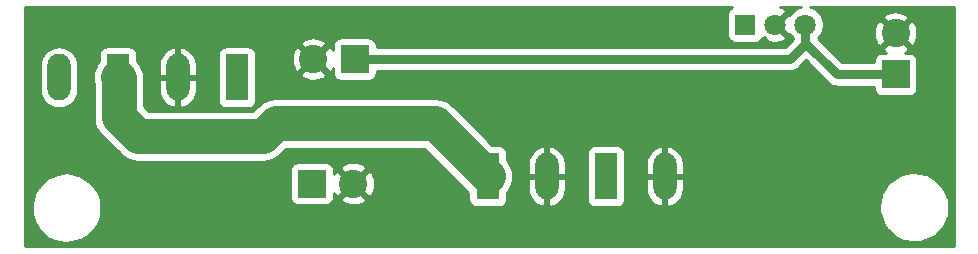
<source format=gbr>
%TF.GenerationSoftware,KiCad,Pcbnew,(5.1.10-1-10_14)*%
%TF.CreationDate,2021-07-05T16:18:31+02:00*%
%TF.ProjectId,cablebot_power,6361626c-6562-46f7-945f-706f7765722e,rev?*%
%TF.SameCoordinates,Original*%
%TF.FileFunction,Copper,L2,Bot*%
%TF.FilePolarity,Positive*%
%FSLAX46Y46*%
G04 Gerber Fmt 4.6, Leading zero omitted, Abs format (unit mm)*
G04 Created by KiCad (PCBNEW (5.1.10-1-10_14)) date 2021-07-05 16:18:31*
%MOMM*%
%LPD*%
G01*
G04 APERTURE LIST*
%TA.AperFunction,ComponentPad*%
%ADD10C,2.400000*%
%TD*%
%TA.AperFunction,ComponentPad*%
%ADD11R,2.400000X2.400000*%
%TD*%
%TA.AperFunction,ComponentPad*%
%ADD12O,1.980000X3.960000*%
%TD*%
%TA.AperFunction,ComponentPad*%
%ADD13R,1.980000X3.960000*%
%TD*%
%TA.AperFunction,ComponentPad*%
%ADD14C,1.800000*%
%TD*%
%TA.AperFunction,ComponentPad*%
%ADD15R,1.800000X1.800000*%
%TD*%
%TA.AperFunction,Conductor*%
%ADD16C,3.000000*%
%TD*%
%TA.AperFunction,Conductor*%
%ADD17C,0.787400*%
%TD*%
%TA.AperFunction,Conductor*%
%ADD18C,0.254000*%
%TD*%
%TA.AperFunction,Conductor*%
%ADD19C,0.150000*%
%TD*%
G04 APERTURE END LIST*
D10*
%TO.P,J6,2*%
%TO.N,GND*%
X145650000Y-107650000D03*
D11*
%TO.P,J6,1*%
%TO.N,VIN*%
X142150000Y-107650000D03*
%TD*%
D12*
%TO.P,SW1,2*%
%TO.N,Net-(F1-Pad2)*%
X120725000Y-98650000D03*
D13*
%TO.P,SW1,1*%
%TO.N,VBATT*%
X125725000Y-98650000D03*
%TD*%
D14*
%TO.P,U1,3*%
%TO.N,VOUT*%
X183930000Y-94175000D03*
%TO.P,U1,2*%
%TO.N,GND*%
X181390000Y-94175000D03*
D15*
%TO.P,U1,1*%
%TO.N,VIN*%
X178850000Y-94175000D03*
%TD*%
D10*
%TO.P,J5,2*%
%TO.N,GND*%
X142275000Y-97105000D03*
D11*
%TO.P,J5,1*%
%TO.N,VOUT*%
X145775000Y-97105000D03*
%TD*%
D10*
%TO.P,J4,2*%
%TO.N,GND*%
X191570000Y-94900000D03*
D11*
%TO.P,J4,1*%
%TO.N,VOUT*%
X191570000Y-98400000D03*
%TD*%
D12*
%TO.P,J3,2*%
%TO.N,GND*%
X130780000Y-98650000D03*
D13*
%TO.P,J3,1*%
%TO.N,VIN*%
X135780000Y-98650000D03*
%TD*%
D12*
%TO.P,J2,2*%
%TO.N,GND*%
X172025000Y-107025000D03*
D13*
%TO.P,J2,1*%
%TO.N,VIN*%
X167025000Y-107025000D03*
%TD*%
D12*
%TO.P,J1,2*%
%TO.N,GND*%
X162025000Y-107025000D03*
D13*
%TO.P,J1,1*%
%TO.N,VBATT*%
X157025000Y-107025000D03*
%TD*%
D16*
%TO.N,VBATT*%
X125800000Y-102000000D02*
X127450000Y-103650000D01*
X137975000Y-103650000D02*
X139075000Y-102550000D01*
X127450000Y-103650000D02*
X137975000Y-103650000D01*
X125800000Y-98725000D02*
X125800000Y-102000000D01*
X152550000Y-102550000D02*
X157025000Y-107025000D01*
X139075000Y-102550000D02*
X152550000Y-102550000D01*
X125725000Y-98650000D02*
X125800000Y-98725000D01*
D17*
%TO.N,VOUT*%
X183930000Y-94175000D02*
X183930000Y-95820000D01*
X183930000Y-95820000D02*
X182645000Y-97105000D01*
X182645000Y-97105000D02*
X145775000Y-97105000D01*
X183930000Y-95705000D02*
X186625000Y-98400000D01*
X186625000Y-98400000D02*
X191570000Y-98400000D01*
X183930000Y-94175000D02*
X183930000Y-95705000D01*
%TD*%
D18*
%TO.N,GND*%
X177705820Y-92685498D02*
X177595506Y-92744463D01*
X177498815Y-92823815D01*
X177419463Y-92920506D01*
X177360498Y-93030820D01*
X177324188Y-93150518D01*
X177311928Y-93275000D01*
X177311928Y-95075000D01*
X177324188Y-95199482D01*
X177360498Y-95319180D01*
X177419463Y-95429494D01*
X177498815Y-95526185D01*
X177595506Y-95605537D01*
X177705820Y-95664502D01*
X177825518Y-95700812D01*
X177950000Y-95713072D01*
X179750000Y-95713072D01*
X179874482Y-95700812D01*
X179994180Y-95664502D01*
X180104494Y-95605537D01*
X180201185Y-95526185D01*
X180280537Y-95429494D01*
X180339502Y-95319180D01*
X180342813Y-95308265D01*
X180389578Y-95355030D01*
X180505526Y-95239082D01*
X180589208Y-95493261D01*
X180861775Y-95624158D01*
X181154642Y-95699365D01*
X181456553Y-95715991D01*
X181755907Y-95673397D01*
X182041199Y-95573222D01*
X182190792Y-95493261D01*
X182274475Y-95239080D01*
X181390000Y-94354605D01*
X181375858Y-94368748D01*
X181196253Y-94189143D01*
X181210395Y-94175000D01*
X181196253Y-94160858D01*
X181375858Y-93981253D01*
X181390000Y-93995395D01*
X182274475Y-93110920D01*
X182190792Y-92856739D01*
X181918225Y-92725842D01*
X181759180Y-92685000D01*
X183552585Y-92685000D01*
X183482257Y-92698989D01*
X183202905Y-92814701D01*
X182951495Y-92982688D01*
X182737688Y-93196495D01*
X182635049Y-93350105D01*
X182454080Y-93290525D01*
X181569605Y-94175000D01*
X182454080Y-95059475D01*
X182635049Y-94999895D01*
X182737688Y-95153505D01*
X182901301Y-95317118D01*
X182901301Y-95393898D01*
X182218899Y-96076300D01*
X147613072Y-96076300D01*
X147613072Y-95905000D01*
X147600812Y-95780518D01*
X147564502Y-95660820D01*
X147505537Y-95550506D01*
X147426185Y-95453815D01*
X147329494Y-95374463D01*
X147219180Y-95315498D01*
X147099482Y-95279188D01*
X146975000Y-95266928D01*
X144575000Y-95266928D01*
X144450518Y-95279188D01*
X144330820Y-95315498D01*
X144220506Y-95374463D01*
X144123815Y-95453815D01*
X144044463Y-95550506D01*
X143985498Y-95660820D01*
X143949188Y-95780518D01*
X143936928Y-95905000D01*
X143936928Y-96311903D01*
X143837836Y-96126514D01*
X143552980Y-96006626D01*
X142454605Y-97105000D01*
X143552980Y-98203374D01*
X143837836Y-98083486D01*
X143936928Y-97884088D01*
X143936928Y-98305000D01*
X143949188Y-98429482D01*
X143985498Y-98549180D01*
X144044463Y-98659494D01*
X144123815Y-98756185D01*
X144220506Y-98835537D01*
X144330820Y-98894502D01*
X144450518Y-98930812D01*
X144575000Y-98943072D01*
X146975000Y-98943072D01*
X147099482Y-98930812D01*
X147219180Y-98894502D01*
X147329494Y-98835537D01*
X147426185Y-98756185D01*
X147505537Y-98659494D01*
X147564502Y-98549180D01*
X147600812Y-98429482D01*
X147613072Y-98305000D01*
X147613072Y-98133700D01*
X182594476Y-98133700D01*
X182645000Y-98138676D01*
X182695524Y-98133700D01*
X182695532Y-98133700D01*
X182846660Y-98118815D01*
X183040571Y-98059993D01*
X183219280Y-97964471D01*
X183375920Y-97835920D01*
X183408134Y-97796667D01*
X183987500Y-97217301D01*
X185861866Y-99091667D01*
X185894080Y-99130920D01*
X186050720Y-99259471D01*
X186229429Y-99354993D01*
X186423339Y-99413815D01*
X186625000Y-99433677D01*
X186675532Y-99428700D01*
X189731928Y-99428700D01*
X189731928Y-99600000D01*
X189744188Y-99724482D01*
X189780498Y-99844180D01*
X189839463Y-99954494D01*
X189918815Y-100051185D01*
X190015506Y-100130537D01*
X190125820Y-100189502D01*
X190245518Y-100225812D01*
X190370000Y-100238072D01*
X192770000Y-100238072D01*
X192894482Y-100225812D01*
X193014180Y-100189502D01*
X193124494Y-100130537D01*
X193221185Y-100051185D01*
X193300537Y-99954494D01*
X193359502Y-99844180D01*
X193395812Y-99724482D01*
X193408072Y-99600000D01*
X193408072Y-97200000D01*
X193395812Y-97075518D01*
X193359502Y-96955820D01*
X193300537Y-96845506D01*
X193221185Y-96748815D01*
X193124494Y-96669463D01*
X193014180Y-96610498D01*
X192894482Y-96574188D01*
X192770000Y-96561928D01*
X192363097Y-96561928D01*
X192548486Y-96462836D01*
X192668374Y-96177980D01*
X191570000Y-95079605D01*
X190471626Y-96177980D01*
X190591514Y-96462836D01*
X190790912Y-96561928D01*
X190370000Y-96561928D01*
X190245518Y-96574188D01*
X190125820Y-96610498D01*
X190015506Y-96669463D01*
X189918815Y-96748815D01*
X189839463Y-96845506D01*
X189780498Y-96955820D01*
X189744188Y-97075518D01*
X189731928Y-97200000D01*
X189731928Y-97371300D01*
X187051101Y-97371300D01*
X184977809Y-95298008D01*
X185122312Y-95153505D01*
X185255160Y-94954684D01*
X189726933Y-94954684D01*
X189773015Y-95313198D01*
X189888154Y-95655833D01*
X190007164Y-95878486D01*
X190292020Y-95998374D01*
X191390395Y-94900000D01*
X191749605Y-94900000D01*
X192847980Y-95998374D01*
X193132836Y-95878486D01*
X193293699Y-95554790D01*
X193388322Y-95205931D01*
X193413067Y-94845316D01*
X193366985Y-94486802D01*
X193251846Y-94144167D01*
X193132836Y-93921514D01*
X192847980Y-93801626D01*
X191749605Y-94900000D01*
X191390395Y-94900000D01*
X190292020Y-93801626D01*
X190007164Y-93921514D01*
X189846301Y-94245210D01*
X189751678Y-94594069D01*
X189726933Y-94954684D01*
X185255160Y-94954684D01*
X185290299Y-94902095D01*
X185406011Y-94622743D01*
X185465000Y-94326184D01*
X185465000Y-94023816D01*
X185406011Y-93727257D01*
X185362421Y-93622020D01*
X190471626Y-93622020D01*
X191570000Y-94720395D01*
X192668374Y-93622020D01*
X192548486Y-93337164D01*
X192224790Y-93176301D01*
X191875931Y-93081678D01*
X191515316Y-93056933D01*
X191156802Y-93103015D01*
X190814167Y-93218154D01*
X190591514Y-93337164D01*
X190471626Y-93622020D01*
X185362421Y-93622020D01*
X185290299Y-93447905D01*
X185122312Y-93196495D01*
X184908505Y-92982688D01*
X184657095Y-92814701D01*
X184377743Y-92698989D01*
X184307415Y-92685000D01*
X196416499Y-92685000D01*
X196452274Y-92688508D01*
X196454465Y-92689169D01*
X196456483Y-92690242D01*
X196458255Y-92691687D01*
X196459711Y-92693448D01*
X196460800Y-92695461D01*
X196461476Y-92697644D01*
X196465000Y-92731176D01*
X196465001Y-112916489D01*
X196461492Y-112952274D01*
X196460831Y-112954465D01*
X196459758Y-112956483D01*
X196458312Y-112958256D01*
X196456554Y-112959710D01*
X196454539Y-112960800D01*
X196452356Y-112961476D01*
X196418824Y-112965000D01*
X117883501Y-112965000D01*
X117847726Y-112961492D01*
X117845535Y-112960831D01*
X117843517Y-112959758D01*
X117841744Y-112958312D01*
X117840290Y-112956554D01*
X117839200Y-112954539D01*
X117838524Y-112952356D01*
X117835000Y-112918824D01*
X117835000Y-109400000D01*
X118423000Y-109400000D01*
X118423000Y-110150000D01*
X118423720Y-110163504D01*
X118428781Y-110187881D01*
X118678781Y-110987881D01*
X118694330Y-111020447D01*
X119094330Y-111620447D01*
X119114183Y-111643619D01*
X119714183Y-112193619D01*
X119725306Y-112202712D01*
X119746780Y-112215311D01*
X120396780Y-112515311D01*
X120426595Y-112524825D01*
X121226595Y-112674825D01*
X121261498Y-112676478D01*
X121811498Y-112626478D01*
X121834890Y-112622114D01*
X122534890Y-112422114D01*
X122563010Y-112410267D01*
X123263010Y-112010267D01*
X123278448Y-111999874D01*
X123296426Y-111982651D01*
X123896426Y-111282651D01*
X123915085Y-111253706D01*
X124265085Y-110503706D01*
X124274560Y-110474776D01*
X124277000Y-110450000D01*
X124277000Y-109000000D01*
X124274047Y-108972773D01*
X124266352Y-108949096D01*
X123916352Y-108149096D01*
X123908136Y-108133399D01*
X123893065Y-108113583D01*
X123243065Y-107413583D01*
X123217310Y-107392304D01*
X122417310Y-106892304D01*
X122398724Y-106882718D01*
X122374907Y-106875466D01*
X121374907Y-106675466D01*
X121348128Y-106673014D01*
X121323390Y-106675819D01*
X120623390Y-106825819D01*
X120604410Y-106831465D01*
X119954410Y-107081465D01*
X119925302Y-107097291D01*
X119375302Y-107497291D01*
X119354423Y-107516370D01*
X119004423Y-107916370D01*
X118994330Y-107929553D01*
X118594330Y-108529553D01*
X118582140Y-108552693D01*
X118575175Y-108576595D01*
X118425175Y-109376595D01*
X118423000Y-109400000D01*
X117835000Y-109400000D01*
X117835000Y-106450000D01*
X140311928Y-106450000D01*
X140311928Y-108850000D01*
X140324188Y-108974482D01*
X140360498Y-109094180D01*
X140419463Y-109204494D01*
X140498815Y-109301185D01*
X140595506Y-109380537D01*
X140705820Y-109439502D01*
X140825518Y-109475812D01*
X140950000Y-109488072D01*
X143350000Y-109488072D01*
X143474482Y-109475812D01*
X143594180Y-109439502D01*
X143704494Y-109380537D01*
X143801185Y-109301185D01*
X143880537Y-109204494D01*
X143939502Y-109094180D01*
X143975812Y-108974482D01*
X143980391Y-108927980D01*
X144551626Y-108927980D01*
X144671514Y-109212836D01*
X144995210Y-109373699D01*
X145344069Y-109468322D01*
X145704684Y-109493067D01*
X146063198Y-109446985D01*
X146405833Y-109331846D01*
X146628486Y-109212836D01*
X146748374Y-108927980D01*
X145650000Y-107829605D01*
X144551626Y-108927980D01*
X143980391Y-108927980D01*
X143988072Y-108850000D01*
X143988072Y-108443097D01*
X144087164Y-108628486D01*
X144372020Y-108748374D01*
X145470395Y-107650000D01*
X145829605Y-107650000D01*
X146927980Y-108748374D01*
X147212836Y-108628486D01*
X147373699Y-108304790D01*
X147468322Y-107955931D01*
X147493067Y-107595316D01*
X147446985Y-107236802D01*
X147331846Y-106894167D01*
X147212836Y-106671514D01*
X146927980Y-106551626D01*
X145829605Y-107650000D01*
X145470395Y-107650000D01*
X144372020Y-106551626D01*
X144087164Y-106671514D01*
X143988072Y-106870912D01*
X143988072Y-106450000D01*
X143980392Y-106372020D01*
X144551626Y-106372020D01*
X145650000Y-107470395D01*
X146748374Y-106372020D01*
X146628486Y-106087164D01*
X146304790Y-105926301D01*
X145955931Y-105831678D01*
X145595316Y-105806933D01*
X145236802Y-105853015D01*
X144894167Y-105968154D01*
X144671514Y-106087164D01*
X144551626Y-106372020D01*
X143980392Y-106372020D01*
X143975812Y-106325518D01*
X143939502Y-106205820D01*
X143880537Y-106095506D01*
X143801185Y-105998815D01*
X143704494Y-105919463D01*
X143594180Y-105860498D01*
X143474482Y-105824188D01*
X143350000Y-105811928D01*
X140950000Y-105811928D01*
X140825518Y-105824188D01*
X140705820Y-105860498D01*
X140595506Y-105919463D01*
X140498815Y-105998815D01*
X140419463Y-106095506D01*
X140360498Y-106205820D01*
X140324188Y-106325518D01*
X140311928Y-106450000D01*
X117835000Y-106450000D01*
X117835000Y-99719823D01*
X119100000Y-99719823D01*
X119123513Y-99958555D01*
X119216432Y-100264868D01*
X119367325Y-100547169D01*
X119570392Y-100794608D01*
X119817830Y-100997675D01*
X120100131Y-101148568D01*
X120406444Y-101241487D01*
X120725000Y-101272862D01*
X121043555Y-101241487D01*
X121349868Y-101148568D01*
X121632169Y-100997675D01*
X121879608Y-100794608D01*
X122082675Y-100547170D01*
X122233568Y-100264869D01*
X122326487Y-99958556D01*
X122350000Y-99719824D01*
X122350000Y-98650000D01*
X123579671Y-98650000D01*
X123620893Y-99068533D01*
X123665000Y-99213934D01*
X123665000Y-101895128D01*
X123654671Y-102000000D01*
X123665000Y-102104872D01*
X123665000Y-102104882D01*
X123695892Y-102418533D01*
X123735773Y-102550000D01*
X123817975Y-102820982D01*
X124016224Y-103191881D01*
X124216165Y-103435510D01*
X124216168Y-103435513D01*
X124283024Y-103516977D01*
X124364487Y-103583832D01*
X125866167Y-105085513D01*
X125933023Y-105166977D01*
X126014487Y-105233833D01*
X126014489Y-105233835D01*
X126090001Y-105295806D01*
X126258119Y-105433777D01*
X126629018Y-105632026D01*
X127031467Y-105754108D01*
X127345118Y-105785000D01*
X127345127Y-105785000D01*
X127449999Y-105795329D01*
X127554871Y-105785000D01*
X137870128Y-105785000D01*
X137975000Y-105795329D01*
X138079872Y-105785000D01*
X138079882Y-105785000D01*
X138393533Y-105754108D01*
X138795982Y-105632026D01*
X139166881Y-105433777D01*
X139491977Y-105166977D01*
X139558837Y-105085508D01*
X139959345Y-104685000D01*
X151665655Y-104685000D01*
X155396928Y-108416273D01*
X155396928Y-109005000D01*
X155409188Y-109129482D01*
X155445498Y-109249180D01*
X155504463Y-109359494D01*
X155583815Y-109456185D01*
X155680506Y-109535537D01*
X155790820Y-109594502D01*
X155910518Y-109630812D01*
X156035000Y-109643072D01*
X158015000Y-109643072D01*
X158139482Y-109630812D01*
X158259180Y-109594502D01*
X158369494Y-109535537D01*
X158466185Y-109456185D01*
X158545537Y-109359494D01*
X158604502Y-109249180D01*
X158640812Y-109129482D01*
X158653072Y-109005000D01*
X158653072Y-108406607D01*
X158808776Y-108216881D01*
X159007026Y-107845982D01*
X159129108Y-107443533D01*
X159157820Y-107152000D01*
X160400000Y-107152000D01*
X160400000Y-108142000D01*
X160456000Y-108456582D01*
X160572296Y-108754194D01*
X160744419Y-109023399D01*
X160965754Y-109253852D01*
X161227795Y-109436696D01*
X161520472Y-109564905D01*
X161646135Y-109595218D01*
X161898000Y-109475740D01*
X161898000Y-107152000D01*
X162152000Y-107152000D01*
X162152000Y-109475740D01*
X162403865Y-109595218D01*
X162529528Y-109564905D01*
X162822205Y-109436696D01*
X163084246Y-109253852D01*
X163305581Y-109023399D01*
X163477704Y-108754194D01*
X163594000Y-108456582D01*
X163650000Y-108142000D01*
X163650000Y-107152000D01*
X162152000Y-107152000D01*
X161898000Y-107152000D01*
X160400000Y-107152000D01*
X159157820Y-107152000D01*
X159170329Y-107025000D01*
X159129108Y-106606466D01*
X159007026Y-106204018D01*
X158848802Y-105908000D01*
X160400000Y-105908000D01*
X160400000Y-106898000D01*
X161898000Y-106898000D01*
X161898000Y-104574260D01*
X162152000Y-104574260D01*
X162152000Y-106898000D01*
X163650000Y-106898000D01*
X163650000Y-105908000D01*
X163594000Y-105593418D01*
X163477704Y-105295806D01*
X163317345Y-105045000D01*
X165396928Y-105045000D01*
X165396928Y-109005000D01*
X165409188Y-109129482D01*
X165445498Y-109249180D01*
X165504463Y-109359494D01*
X165583815Y-109456185D01*
X165680506Y-109535537D01*
X165790820Y-109594502D01*
X165910518Y-109630812D01*
X166035000Y-109643072D01*
X168015000Y-109643072D01*
X168139482Y-109630812D01*
X168259180Y-109594502D01*
X168369494Y-109535537D01*
X168466185Y-109456185D01*
X168545537Y-109359494D01*
X168604502Y-109249180D01*
X168640812Y-109129482D01*
X168653072Y-109005000D01*
X168653072Y-107152000D01*
X170400000Y-107152000D01*
X170400000Y-108142000D01*
X170456000Y-108456582D01*
X170572296Y-108754194D01*
X170744419Y-109023399D01*
X170965754Y-109253852D01*
X171227795Y-109436696D01*
X171520472Y-109564905D01*
X171646135Y-109595218D01*
X171898000Y-109475740D01*
X171898000Y-107152000D01*
X172152000Y-107152000D01*
X172152000Y-109475740D01*
X172403865Y-109595218D01*
X172529528Y-109564905D01*
X172822205Y-109436696D01*
X172946452Y-109350000D01*
X190198000Y-109350000D01*
X190198000Y-110100000D01*
X190198720Y-110113504D01*
X190203781Y-110137881D01*
X190453781Y-110937881D01*
X190469330Y-110970447D01*
X190869330Y-111570447D01*
X190889183Y-111593619D01*
X191489183Y-112143619D01*
X191500306Y-112152712D01*
X191521780Y-112165311D01*
X192171780Y-112465311D01*
X192201595Y-112474825D01*
X193001595Y-112624825D01*
X193036498Y-112626478D01*
X193586498Y-112576478D01*
X193609890Y-112572114D01*
X194309890Y-112372114D01*
X194338010Y-112360267D01*
X195038010Y-111960267D01*
X195053448Y-111949874D01*
X195071426Y-111932651D01*
X195671426Y-111232651D01*
X195690085Y-111203706D01*
X196040085Y-110453706D01*
X196049560Y-110424776D01*
X196052000Y-110400000D01*
X196052000Y-108950000D01*
X196049047Y-108922773D01*
X196041352Y-108899096D01*
X195691352Y-108099096D01*
X195683136Y-108083399D01*
X195668065Y-108063583D01*
X195018065Y-107363583D01*
X194992310Y-107342304D01*
X194192310Y-106842304D01*
X194173724Y-106832718D01*
X194149907Y-106825466D01*
X193149907Y-106625466D01*
X193123128Y-106623014D01*
X193098390Y-106625819D01*
X192398390Y-106775819D01*
X192379410Y-106781465D01*
X191729410Y-107031465D01*
X191700302Y-107047291D01*
X191150302Y-107447291D01*
X191129423Y-107466370D01*
X190779423Y-107866370D01*
X190769330Y-107879553D01*
X190369330Y-108479553D01*
X190357140Y-108502693D01*
X190350175Y-108526595D01*
X190200175Y-109326595D01*
X190198000Y-109350000D01*
X172946452Y-109350000D01*
X173084246Y-109253852D01*
X173305581Y-109023399D01*
X173477704Y-108754194D01*
X173594000Y-108456582D01*
X173650000Y-108142000D01*
X173650000Y-107152000D01*
X172152000Y-107152000D01*
X171898000Y-107152000D01*
X170400000Y-107152000D01*
X168653072Y-107152000D01*
X168653072Y-105908000D01*
X170400000Y-105908000D01*
X170400000Y-106898000D01*
X171898000Y-106898000D01*
X171898000Y-104574260D01*
X172152000Y-104574260D01*
X172152000Y-106898000D01*
X173650000Y-106898000D01*
X173650000Y-105908000D01*
X173594000Y-105593418D01*
X173477704Y-105295806D01*
X173305581Y-105026601D01*
X173084246Y-104796148D01*
X172822205Y-104613304D01*
X172529528Y-104485095D01*
X172403865Y-104454782D01*
X172152000Y-104574260D01*
X171898000Y-104574260D01*
X171646135Y-104454782D01*
X171520472Y-104485095D01*
X171227795Y-104613304D01*
X170965754Y-104796148D01*
X170744419Y-105026601D01*
X170572296Y-105295806D01*
X170456000Y-105593418D01*
X170400000Y-105908000D01*
X168653072Y-105908000D01*
X168653072Y-105045000D01*
X168640812Y-104920518D01*
X168604502Y-104800820D01*
X168545537Y-104690506D01*
X168466185Y-104593815D01*
X168369494Y-104514463D01*
X168259180Y-104455498D01*
X168139482Y-104419188D01*
X168015000Y-104406928D01*
X166035000Y-104406928D01*
X165910518Y-104419188D01*
X165790820Y-104455498D01*
X165680506Y-104514463D01*
X165583815Y-104593815D01*
X165504463Y-104690506D01*
X165445498Y-104800820D01*
X165409188Y-104920518D01*
X165396928Y-105045000D01*
X163317345Y-105045000D01*
X163305581Y-105026601D01*
X163084246Y-104796148D01*
X162822205Y-104613304D01*
X162529528Y-104485095D01*
X162403865Y-104454782D01*
X162152000Y-104574260D01*
X161898000Y-104574260D01*
X161646135Y-104454782D01*
X161520472Y-104485095D01*
X161227795Y-104613304D01*
X160965754Y-104796148D01*
X160744419Y-105026601D01*
X160572296Y-105295806D01*
X160456000Y-105593418D01*
X160400000Y-105908000D01*
X158848802Y-105908000D01*
X158808776Y-105833118D01*
X158653072Y-105643393D01*
X158653072Y-105045000D01*
X158640812Y-104920518D01*
X158604502Y-104800820D01*
X158545537Y-104690506D01*
X158466185Y-104593815D01*
X158369494Y-104514463D01*
X158259180Y-104455498D01*
X158139482Y-104419188D01*
X158015000Y-104406928D01*
X157426273Y-104406928D01*
X154133837Y-101114492D01*
X154066977Y-101033023D01*
X153741881Y-100766223D01*
X153370982Y-100567974D01*
X152968533Y-100445892D01*
X152654882Y-100415000D01*
X152654872Y-100415000D01*
X152550000Y-100404671D01*
X152445128Y-100415000D01*
X139179874Y-100415000D01*
X139075000Y-100404671D01*
X138970125Y-100415000D01*
X138970118Y-100415000D01*
X138694001Y-100442195D01*
X138656466Y-100445892D01*
X138254017Y-100567974D01*
X138137975Y-100630000D01*
X137883119Y-100766223D01*
X137558023Y-101033023D01*
X137491163Y-101114492D01*
X137090655Y-101515000D01*
X128334346Y-101515000D01*
X127935000Y-101115655D01*
X127935000Y-98829871D01*
X127940207Y-98777000D01*
X129155000Y-98777000D01*
X129155000Y-99767000D01*
X129211000Y-100081582D01*
X129327296Y-100379194D01*
X129499419Y-100648399D01*
X129720754Y-100878852D01*
X129982795Y-101061696D01*
X130275472Y-101189905D01*
X130401135Y-101220218D01*
X130653000Y-101100740D01*
X130653000Y-98777000D01*
X130907000Y-98777000D01*
X130907000Y-101100740D01*
X131158865Y-101220218D01*
X131284528Y-101189905D01*
X131577205Y-101061696D01*
X131839246Y-100878852D01*
X132060581Y-100648399D01*
X132232704Y-100379194D01*
X132349000Y-100081582D01*
X132405000Y-99767000D01*
X132405000Y-98777000D01*
X130907000Y-98777000D01*
X130653000Y-98777000D01*
X129155000Y-98777000D01*
X127940207Y-98777000D01*
X127945329Y-98724999D01*
X127935000Y-98620127D01*
X127935000Y-98620118D01*
X127904108Y-98306467D01*
X127782026Y-97904018D01*
X127583777Y-97533119D01*
X127583680Y-97533000D01*
X129155000Y-97533000D01*
X129155000Y-98523000D01*
X130653000Y-98523000D01*
X130653000Y-96199260D01*
X130907000Y-96199260D01*
X130907000Y-98523000D01*
X132405000Y-98523000D01*
X132405000Y-97533000D01*
X132349000Y-97218418D01*
X132232704Y-96920806D01*
X132072345Y-96670000D01*
X134151928Y-96670000D01*
X134151928Y-100630000D01*
X134164188Y-100754482D01*
X134200498Y-100874180D01*
X134259463Y-100984494D01*
X134338815Y-101081185D01*
X134435506Y-101160537D01*
X134545820Y-101219502D01*
X134665518Y-101255812D01*
X134790000Y-101268072D01*
X136770000Y-101268072D01*
X136894482Y-101255812D01*
X137014180Y-101219502D01*
X137124494Y-101160537D01*
X137221185Y-101081185D01*
X137300537Y-100984494D01*
X137359502Y-100874180D01*
X137395812Y-100754482D01*
X137408072Y-100630000D01*
X137408072Y-98382980D01*
X141176626Y-98382980D01*
X141296514Y-98667836D01*
X141620210Y-98828699D01*
X141969069Y-98923322D01*
X142329684Y-98948067D01*
X142688198Y-98901985D01*
X143030833Y-98786846D01*
X143253486Y-98667836D01*
X143373374Y-98382980D01*
X142275000Y-97284605D01*
X141176626Y-98382980D01*
X137408072Y-98382980D01*
X137408072Y-97159684D01*
X140431933Y-97159684D01*
X140478015Y-97518198D01*
X140593154Y-97860833D01*
X140712164Y-98083486D01*
X140997020Y-98203374D01*
X142095395Y-97105000D01*
X140997020Y-96006626D01*
X140712164Y-96126514D01*
X140551301Y-96450210D01*
X140456678Y-96799069D01*
X140431933Y-97159684D01*
X137408072Y-97159684D01*
X137408072Y-96670000D01*
X137395812Y-96545518D01*
X137359502Y-96425820D01*
X137300537Y-96315506D01*
X137221185Y-96218815D01*
X137124494Y-96139463D01*
X137014180Y-96080498D01*
X136894482Y-96044188D01*
X136770000Y-96031928D01*
X134790000Y-96031928D01*
X134665518Y-96044188D01*
X134545820Y-96080498D01*
X134435506Y-96139463D01*
X134338815Y-96218815D01*
X134259463Y-96315506D01*
X134200498Y-96425820D01*
X134164188Y-96545518D01*
X134151928Y-96670000D01*
X132072345Y-96670000D01*
X132060581Y-96651601D01*
X131839246Y-96421148D01*
X131577205Y-96238304D01*
X131284528Y-96110095D01*
X131158865Y-96079782D01*
X130907000Y-96199260D01*
X130653000Y-96199260D01*
X130401135Y-96079782D01*
X130275472Y-96110095D01*
X129982795Y-96238304D01*
X129720754Y-96421148D01*
X129499419Y-96651601D01*
X129327296Y-96920806D01*
X129211000Y-97218418D01*
X129155000Y-97533000D01*
X127583680Y-97533000D01*
X127353072Y-97252005D01*
X127353072Y-96670000D01*
X127340812Y-96545518D01*
X127304502Y-96425820D01*
X127245537Y-96315506D01*
X127166185Y-96218815D01*
X127069494Y-96139463D01*
X126959180Y-96080498D01*
X126839482Y-96044188D01*
X126715000Y-96031928D01*
X124735000Y-96031928D01*
X124610518Y-96044188D01*
X124490820Y-96080498D01*
X124380506Y-96139463D01*
X124283815Y-96218815D01*
X124204463Y-96315506D01*
X124145498Y-96425820D01*
X124109188Y-96545518D01*
X124096928Y-96670000D01*
X124096928Y-97268393D01*
X123941224Y-97458119D01*
X123742975Y-97829018D01*
X123620893Y-98231467D01*
X123579671Y-98650000D01*
X122350000Y-98650000D01*
X122350000Y-97580176D01*
X122326487Y-97341444D01*
X122233568Y-97035131D01*
X122082675Y-96752830D01*
X121879608Y-96505392D01*
X121632170Y-96302325D01*
X121349869Y-96151432D01*
X121043556Y-96058513D01*
X120725000Y-96027138D01*
X120406445Y-96058513D01*
X120100132Y-96151432D01*
X119817831Y-96302325D01*
X119570393Y-96505392D01*
X119367326Y-96752830D01*
X119216433Y-97035131D01*
X119123514Y-97341444D01*
X119100001Y-97580176D01*
X119100000Y-99719823D01*
X117835000Y-99719823D01*
X117835000Y-95827020D01*
X141176626Y-95827020D01*
X142275000Y-96925395D01*
X143373374Y-95827020D01*
X143253486Y-95542164D01*
X142929790Y-95381301D01*
X142580931Y-95286678D01*
X142220316Y-95261933D01*
X141861802Y-95308015D01*
X141519167Y-95423154D01*
X141296514Y-95542164D01*
X141176626Y-95827020D01*
X117835000Y-95827020D01*
X117835000Y-92733501D01*
X117838508Y-92697726D01*
X117839169Y-92695535D01*
X117840242Y-92693517D01*
X117841687Y-92691745D01*
X117843448Y-92690289D01*
X117845461Y-92689200D01*
X117847644Y-92688524D01*
X117881176Y-92685000D01*
X177707462Y-92685000D01*
X177705820Y-92685498D01*
%TA.AperFunction,Conductor*%
D19*
G36*
X177705820Y-92685498D02*
G01*
X177595506Y-92744463D01*
X177498815Y-92823815D01*
X177419463Y-92920506D01*
X177360498Y-93030820D01*
X177324188Y-93150518D01*
X177311928Y-93275000D01*
X177311928Y-95075000D01*
X177324188Y-95199482D01*
X177360498Y-95319180D01*
X177419463Y-95429494D01*
X177498815Y-95526185D01*
X177595506Y-95605537D01*
X177705820Y-95664502D01*
X177825518Y-95700812D01*
X177950000Y-95713072D01*
X179750000Y-95713072D01*
X179874482Y-95700812D01*
X179994180Y-95664502D01*
X180104494Y-95605537D01*
X180201185Y-95526185D01*
X180280537Y-95429494D01*
X180339502Y-95319180D01*
X180342813Y-95308265D01*
X180389578Y-95355030D01*
X180505526Y-95239082D01*
X180589208Y-95493261D01*
X180861775Y-95624158D01*
X181154642Y-95699365D01*
X181456553Y-95715991D01*
X181755907Y-95673397D01*
X182041199Y-95573222D01*
X182190792Y-95493261D01*
X182274475Y-95239080D01*
X181390000Y-94354605D01*
X181375858Y-94368748D01*
X181196253Y-94189143D01*
X181210395Y-94175000D01*
X181196253Y-94160858D01*
X181375858Y-93981253D01*
X181390000Y-93995395D01*
X182274475Y-93110920D01*
X182190792Y-92856739D01*
X181918225Y-92725842D01*
X181759180Y-92685000D01*
X183552585Y-92685000D01*
X183482257Y-92698989D01*
X183202905Y-92814701D01*
X182951495Y-92982688D01*
X182737688Y-93196495D01*
X182635049Y-93350105D01*
X182454080Y-93290525D01*
X181569605Y-94175000D01*
X182454080Y-95059475D01*
X182635049Y-94999895D01*
X182737688Y-95153505D01*
X182901301Y-95317118D01*
X182901301Y-95393898D01*
X182218899Y-96076300D01*
X147613072Y-96076300D01*
X147613072Y-95905000D01*
X147600812Y-95780518D01*
X147564502Y-95660820D01*
X147505537Y-95550506D01*
X147426185Y-95453815D01*
X147329494Y-95374463D01*
X147219180Y-95315498D01*
X147099482Y-95279188D01*
X146975000Y-95266928D01*
X144575000Y-95266928D01*
X144450518Y-95279188D01*
X144330820Y-95315498D01*
X144220506Y-95374463D01*
X144123815Y-95453815D01*
X144044463Y-95550506D01*
X143985498Y-95660820D01*
X143949188Y-95780518D01*
X143936928Y-95905000D01*
X143936928Y-96311903D01*
X143837836Y-96126514D01*
X143552980Y-96006626D01*
X142454605Y-97105000D01*
X143552980Y-98203374D01*
X143837836Y-98083486D01*
X143936928Y-97884088D01*
X143936928Y-98305000D01*
X143949188Y-98429482D01*
X143985498Y-98549180D01*
X144044463Y-98659494D01*
X144123815Y-98756185D01*
X144220506Y-98835537D01*
X144330820Y-98894502D01*
X144450518Y-98930812D01*
X144575000Y-98943072D01*
X146975000Y-98943072D01*
X147099482Y-98930812D01*
X147219180Y-98894502D01*
X147329494Y-98835537D01*
X147426185Y-98756185D01*
X147505537Y-98659494D01*
X147564502Y-98549180D01*
X147600812Y-98429482D01*
X147613072Y-98305000D01*
X147613072Y-98133700D01*
X182594476Y-98133700D01*
X182645000Y-98138676D01*
X182695524Y-98133700D01*
X182695532Y-98133700D01*
X182846660Y-98118815D01*
X183040571Y-98059993D01*
X183219280Y-97964471D01*
X183375920Y-97835920D01*
X183408134Y-97796667D01*
X183987500Y-97217301D01*
X185861866Y-99091667D01*
X185894080Y-99130920D01*
X186050720Y-99259471D01*
X186229429Y-99354993D01*
X186423339Y-99413815D01*
X186625000Y-99433677D01*
X186675532Y-99428700D01*
X189731928Y-99428700D01*
X189731928Y-99600000D01*
X189744188Y-99724482D01*
X189780498Y-99844180D01*
X189839463Y-99954494D01*
X189918815Y-100051185D01*
X190015506Y-100130537D01*
X190125820Y-100189502D01*
X190245518Y-100225812D01*
X190370000Y-100238072D01*
X192770000Y-100238072D01*
X192894482Y-100225812D01*
X193014180Y-100189502D01*
X193124494Y-100130537D01*
X193221185Y-100051185D01*
X193300537Y-99954494D01*
X193359502Y-99844180D01*
X193395812Y-99724482D01*
X193408072Y-99600000D01*
X193408072Y-97200000D01*
X193395812Y-97075518D01*
X193359502Y-96955820D01*
X193300537Y-96845506D01*
X193221185Y-96748815D01*
X193124494Y-96669463D01*
X193014180Y-96610498D01*
X192894482Y-96574188D01*
X192770000Y-96561928D01*
X192363097Y-96561928D01*
X192548486Y-96462836D01*
X192668374Y-96177980D01*
X191570000Y-95079605D01*
X190471626Y-96177980D01*
X190591514Y-96462836D01*
X190790912Y-96561928D01*
X190370000Y-96561928D01*
X190245518Y-96574188D01*
X190125820Y-96610498D01*
X190015506Y-96669463D01*
X189918815Y-96748815D01*
X189839463Y-96845506D01*
X189780498Y-96955820D01*
X189744188Y-97075518D01*
X189731928Y-97200000D01*
X189731928Y-97371300D01*
X187051101Y-97371300D01*
X184977809Y-95298008D01*
X185122312Y-95153505D01*
X185255160Y-94954684D01*
X189726933Y-94954684D01*
X189773015Y-95313198D01*
X189888154Y-95655833D01*
X190007164Y-95878486D01*
X190292020Y-95998374D01*
X191390395Y-94900000D01*
X191749605Y-94900000D01*
X192847980Y-95998374D01*
X193132836Y-95878486D01*
X193293699Y-95554790D01*
X193388322Y-95205931D01*
X193413067Y-94845316D01*
X193366985Y-94486802D01*
X193251846Y-94144167D01*
X193132836Y-93921514D01*
X192847980Y-93801626D01*
X191749605Y-94900000D01*
X191390395Y-94900000D01*
X190292020Y-93801626D01*
X190007164Y-93921514D01*
X189846301Y-94245210D01*
X189751678Y-94594069D01*
X189726933Y-94954684D01*
X185255160Y-94954684D01*
X185290299Y-94902095D01*
X185406011Y-94622743D01*
X185465000Y-94326184D01*
X185465000Y-94023816D01*
X185406011Y-93727257D01*
X185362421Y-93622020D01*
X190471626Y-93622020D01*
X191570000Y-94720395D01*
X192668374Y-93622020D01*
X192548486Y-93337164D01*
X192224790Y-93176301D01*
X191875931Y-93081678D01*
X191515316Y-93056933D01*
X191156802Y-93103015D01*
X190814167Y-93218154D01*
X190591514Y-93337164D01*
X190471626Y-93622020D01*
X185362421Y-93622020D01*
X185290299Y-93447905D01*
X185122312Y-93196495D01*
X184908505Y-92982688D01*
X184657095Y-92814701D01*
X184377743Y-92698989D01*
X184307415Y-92685000D01*
X196416499Y-92685000D01*
X196452274Y-92688508D01*
X196454465Y-92689169D01*
X196456483Y-92690242D01*
X196458255Y-92691687D01*
X196459711Y-92693448D01*
X196460800Y-92695461D01*
X196461476Y-92697644D01*
X196465000Y-92731176D01*
X196465001Y-112916489D01*
X196461492Y-112952274D01*
X196460831Y-112954465D01*
X196459758Y-112956483D01*
X196458312Y-112958256D01*
X196456554Y-112959710D01*
X196454539Y-112960800D01*
X196452356Y-112961476D01*
X196418824Y-112965000D01*
X117883501Y-112965000D01*
X117847726Y-112961492D01*
X117845535Y-112960831D01*
X117843517Y-112959758D01*
X117841744Y-112958312D01*
X117840290Y-112956554D01*
X117839200Y-112954539D01*
X117838524Y-112952356D01*
X117835000Y-112918824D01*
X117835000Y-109400000D01*
X118423000Y-109400000D01*
X118423000Y-110150000D01*
X118423720Y-110163504D01*
X118428781Y-110187881D01*
X118678781Y-110987881D01*
X118694330Y-111020447D01*
X119094330Y-111620447D01*
X119114183Y-111643619D01*
X119714183Y-112193619D01*
X119725306Y-112202712D01*
X119746780Y-112215311D01*
X120396780Y-112515311D01*
X120426595Y-112524825D01*
X121226595Y-112674825D01*
X121261498Y-112676478D01*
X121811498Y-112626478D01*
X121834890Y-112622114D01*
X122534890Y-112422114D01*
X122563010Y-112410267D01*
X123263010Y-112010267D01*
X123278448Y-111999874D01*
X123296426Y-111982651D01*
X123896426Y-111282651D01*
X123915085Y-111253706D01*
X124265085Y-110503706D01*
X124274560Y-110474776D01*
X124277000Y-110450000D01*
X124277000Y-109000000D01*
X124274047Y-108972773D01*
X124266352Y-108949096D01*
X123916352Y-108149096D01*
X123908136Y-108133399D01*
X123893065Y-108113583D01*
X123243065Y-107413583D01*
X123217310Y-107392304D01*
X122417310Y-106892304D01*
X122398724Y-106882718D01*
X122374907Y-106875466D01*
X121374907Y-106675466D01*
X121348128Y-106673014D01*
X121323390Y-106675819D01*
X120623390Y-106825819D01*
X120604410Y-106831465D01*
X119954410Y-107081465D01*
X119925302Y-107097291D01*
X119375302Y-107497291D01*
X119354423Y-107516370D01*
X119004423Y-107916370D01*
X118994330Y-107929553D01*
X118594330Y-108529553D01*
X118582140Y-108552693D01*
X118575175Y-108576595D01*
X118425175Y-109376595D01*
X118423000Y-109400000D01*
X117835000Y-109400000D01*
X117835000Y-106450000D01*
X140311928Y-106450000D01*
X140311928Y-108850000D01*
X140324188Y-108974482D01*
X140360498Y-109094180D01*
X140419463Y-109204494D01*
X140498815Y-109301185D01*
X140595506Y-109380537D01*
X140705820Y-109439502D01*
X140825518Y-109475812D01*
X140950000Y-109488072D01*
X143350000Y-109488072D01*
X143474482Y-109475812D01*
X143594180Y-109439502D01*
X143704494Y-109380537D01*
X143801185Y-109301185D01*
X143880537Y-109204494D01*
X143939502Y-109094180D01*
X143975812Y-108974482D01*
X143980391Y-108927980D01*
X144551626Y-108927980D01*
X144671514Y-109212836D01*
X144995210Y-109373699D01*
X145344069Y-109468322D01*
X145704684Y-109493067D01*
X146063198Y-109446985D01*
X146405833Y-109331846D01*
X146628486Y-109212836D01*
X146748374Y-108927980D01*
X145650000Y-107829605D01*
X144551626Y-108927980D01*
X143980391Y-108927980D01*
X143988072Y-108850000D01*
X143988072Y-108443097D01*
X144087164Y-108628486D01*
X144372020Y-108748374D01*
X145470395Y-107650000D01*
X145829605Y-107650000D01*
X146927980Y-108748374D01*
X147212836Y-108628486D01*
X147373699Y-108304790D01*
X147468322Y-107955931D01*
X147493067Y-107595316D01*
X147446985Y-107236802D01*
X147331846Y-106894167D01*
X147212836Y-106671514D01*
X146927980Y-106551626D01*
X145829605Y-107650000D01*
X145470395Y-107650000D01*
X144372020Y-106551626D01*
X144087164Y-106671514D01*
X143988072Y-106870912D01*
X143988072Y-106450000D01*
X143980392Y-106372020D01*
X144551626Y-106372020D01*
X145650000Y-107470395D01*
X146748374Y-106372020D01*
X146628486Y-106087164D01*
X146304790Y-105926301D01*
X145955931Y-105831678D01*
X145595316Y-105806933D01*
X145236802Y-105853015D01*
X144894167Y-105968154D01*
X144671514Y-106087164D01*
X144551626Y-106372020D01*
X143980392Y-106372020D01*
X143975812Y-106325518D01*
X143939502Y-106205820D01*
X143880537Y-106095506D01*
X143801185Y-105998815D01*
X143704494Y-105919463D01*
X143594180Y-105860498D01*
X143474482Y-105824188D01*
X143350000Y-105811928D01*
X140950000Y-105811928D01*
X140825518Y-105824188D01*
X140705820Y-105860498D01*
X140595506Y-105919463D01*
X140498815Y-105998815D01*
X140419463Y-106095506D01*
X140360498Y-106205820D01*
X140324188Y-106325518D01*
X140311928Y-106450000D01*
X117835000Y-106450000D01*
X117835000Y-99719823D01*
X119100000Y-99719823D01*
X119123513Y-99958555D01*
X119216432Y-100264868D01*
X119367325Y-100547169D01*
X119570392Y-100794608D01*
X119817830Y-100997675D01*
X120100131Y-101148568D01*
X120406444Y-101241487D01*
X120725000Y-101272862D01*
X121043555Y-101241487D01*
X121349868Y-101148568D01*
X121632169Y-100997675D01*
X121879608Y-100794608D01*
X122082675Y-100547170D01*
X122233568Y-100264869D01*
X122326487Y-99958556D01*
X122350000Y-99719824D01*
X122350000Y-98650000D01*
X123579671Y-98650000D01*
X123620893Y-99068533D01*
X123665000Y-99213934D01*
X123665000Y-101895128D01*
X123654671Y-102000000D01*
X123665000Y-102104872D01*
X123665000Y-102104882D01*
X123695892Y-102418533D01*
X123735773Y-102550000D01*
X123817975Y-102820982D01*
X124016224Y-103191881D01*
X124216165Y-103435510D01*
X124216168Y-103435513D01*
X124283024Y-103516977D01*
X124364487Y-103583832D01*
X125866167Y-105085513D01*
X125933023Y-105166977D01*
X126014487Y-105233833D01*
X126014489Y-105233835D01*
X126090001Y-105295806D01*
X126258119Y-105433777D01*
X126629018Y-105632026D01*
X127031467Y-105754108D01*
X127345118Y-105785000D01*
X127345127Y-105785000D01*
X127449999Y-105795329D01*
X127554871Y-105785000D01*
X137870128Y-105785000D01*
X137975000Y-105795329D01*
X138079872Y-105785000D01*
X138079882Y-105785000D01*
X138393533Y-105754108D01*
X138795982Y-105632026D01*
X139166881Y-105433777D01*
X139491977Y-105166977D01*
X139558837Y-105085508D01*
X139959345Y-104685000D01*
X151665655Y-104685000D01*
X155396928Y-108416273D01*
X155396928Y-109005000D01*
X155409188Y-109129482D01*
X155445498Y-109249180D01*
X155504463Y-109359494D01*
X155583815Y-109456185D01*
X155680506Y-109535537D01*
X155790820Y-109594502D01*
X155910518Y-109630812D01*
X156035000Y-109643072D01*
X158015000Y-109643072D01*
X158139482Y-109630812D01*
X158259180Y-109594502D01*
X158369494Y-109535537D01*
X158466185Y-109456185D01*
X158545537Y-109359494D01*
X158604502Y-109249180D01*
X158640812Y-109129482D01*
X158653072Y-109005000D01*
X158653072Y-108406607D01*
X158808776Y-108216881D01*
X159007026Y-107845982D01*
X159129108Y-107443533D01*
X159157820Y-107152000D01*
X160400000Y-107152000D01*
X160400000Y-108142000D01*
X160456000Y-108456582D01*
X160572296Y-108754194D01*
X160744419Y-109023399D01*
X160965754Y-109253852D01*
X161227795Y-109436696D01*
X161520472Y-109564905D01*
X161646135Y-109595218D01*
X161898000Y-109475740D01*
X161898000Y-107152000D01*
X162152000Y-107152000D01*
X162152000Y-109475740D01*
X162403865Y-109595218D01*
X162529528Y-109564905D01*
X162822205Y-109436696D01*
X163084246Y-109253852D01*
X163305581Y-109023399D01*
X163477704Y-108754194D01*
X163594000Y-108456582D01*
X163650000Y-108142000D01*
X163650000Y-107152000D01*
X162152000Y-107152000D01*
X161898000Y-107152000D01*
X160400000Y-107152000D01*
X159157820Y-107152000D01*
X159170329Y-107025000D01*
X159129108Y-106606466D01*
X159007026Y-106204018D01*
X158848802Y-105908000D01*
X160400000Y-105908000D01*
X160400000Y-106898000D01*
X161898000Y-106898000D01*
X161898000Y-104574260D01*
X162152000Y-104574260D01*
X162152000Y-106898000D01*
X163650000Y-106898000D01*
X163650000Y-105908000D01*
X163594000Y-105593418D01*
X163477704Y-105295806D01*
X163317345Y-105045000D01*
X165396928Y-105045000D01*
X165396928Y-109005000D01*
X165409188Y-109129482D01*
X165445498Y-109249180D01*
X165504463Y-109359494D01*
X165583815Y-109456185D01*
X165680506Y-109535537D01*
X165790820Y-109594502D01*
X165910518Y-109630812D01*
X166035000Y-109643072D01*
X168015000Y-109643072D01*
X168139482Y-109630812D01*
X168259180Y-109594502D01*
X168369494Y-109535537D01*
X168466185Y-109456185D01*
X168545537Y-109359494D01*
X168604502Y-109249180D01*
X168640812Y-109129482D01*
X168653072Y-109005000D01*
X168653072Y-107152000D01*
X170400000Y-107152000D01*
X170400000Y-108142000D01*
X170456000Y-108456582D01*
X170572296Y-108754194D01*
X170744419Y-109023399D01*
X170965754Y-109253852D01*
X171227795Y-109436696D01*
X171520472Y-109564905D01*
X171646135Y-109595218D01*
X171898000Y-109475740D01*
X171898000Y-107152000D01*
X172152000Y-107152000D01*
X172152000Y-109475740D01*
X172403865Y-109595218D01*
X172529528Y-109564905D01*
X172822205Y-109436696D01*
X172946452Y-109350000D01*
X190198000Y-109350000D01*
X190198000Y-110100000D01*
X190198720Y-110113504D01*
X190203781Y-110137881D01*
X190453781Y-110937881D01*
X190469330Y-110970447D01*
X190869330Y-111570447D01*
X190889183Y-111593619D01*
X191489183Y-112143619D01*
X191500306Y-112152712D01*
X191521780Y-112165311D01*
X192171780Y-112465311D01*
X192201595Y-112474825D01*
X193001595Y-112624825D01*
X193036498Y-112626478D01*
X193586498Y-112576478D01*
X193609890Y-112572114D01*
X194309890Y-112372114D01*
X194338010Y-112360267D01*
X195038010Y-111960267D01*
X195053448Y-111949874D01*
X195071426Y-111932651D01*
X195671426Y-111232651D01*
X195690085Y-111203706D01*
X196040085Y-110453706D01*
X196049560Y-110424776D01*
X196052000Y-110400000D01*
X196052000Y-108950000D01*
X196049047Y-108922773D01*
X196041352Y-108899096D01*
X195691352Y-108099096D01*
X195683136Y-108083399D01*
X195668065Y-108063583D01*
X195018065Y-107363583D01*
X194992310Y-107342304D01*
X194192310Y-106842304D01*
X194173724Y-106832718D01*
X194149907Y-106825466D01*
X193149907Y-106625466D01*
X193123128Y-106623014D01*
X193098390Y-106625819D01*
X192398390Y-106775819D01*
X192379410Y-106781465D01*
X191729410Y-107031465D01*
X191700302Y-107047291D01*
X191150302Y-107447291D01*
X191129423Y-107466370D01*
X190779423Y-107866370D01*
X190769330Y-107879553D01*
X190369330Y-108479553D01*
X190357140Y-108502693D01*
X190350175Y-108526595D01*
X190200175Y-109326595D01*
X190198000Y-109350000D01*
X172946452Y-109350000D01*
X173084246Y-109253852D01*
X173305581Y-109023399D01*
X173477704Y-108754194D01*
X173594000Y-108456582D01*
X173650000Y-108142000D01*
X173650000Y-107152000D01*
X172152000Y-107152000D01*
X171898000Y-107152000D01*
X170400000Y-107152000D01*
X168653072Y-107152000D01*
X168653072Y-105908000D01*
X170400000Y-105908000D01*
X170400000Y-106898000D01*
X171898000Y-106898000D01*
X171898000Y-104574260D01*
X172152000Y-104574260D01*
X172152000Y-106898000D01*
X173650000Y-106898000D01*
X173650000Y-105908000D01*
X173594000Y-105593418D01*
X173477704Y-105295806D01*
X173305581Y-105026601D01*
X173084246Y-104796148D01*
X172822205Y-104613304D01*
X172529528Y-104485095D01*
X172403865Y-104454782D01*
X172152000Y-104574260D01*
X171898000Y-104574260D01*
X171646135Y-104454782D01*
X171520472Y-104485095D01*
X171227795Y-104613304D01*
X170965754Y-104796148D01*
X170744419Y-105026601D01*
X170572296Y-105295806D01*
X170456000Y-105593418D01*
X170400000Y-105908000D01*
X168653072Y-105908000D01*
X168653072Y-105045000D01*
X168640812Y-104920518D01*
X168604502Y-104800820D01*
X168545537Y-104690506D01*
X168466185Y-104593815D01*
X168369494Y-104514463D01*
X168259180Y-104455498D01*
X168139482Y-104419188D01*
X168015000Y-104406928D01*
X166035000Y-104406928D01*
X165910518Y-104419188D01*
X165790820Y-104455498D01*
X165680506Y-104514463D01*
X165583815Y-104593815D01*
X165504463Y-104690506D01*
X165445498Y-104800820D01*
X165409188Y-104920518D01*
X165396928Y-105045000D01*
X163317345Y-105045000D01*
X163305581Y-105026601D01*
X163084246Y-104796148D01*
X162822205Y-104613304D01*
X162529528Y-104485095D01*
X162403865Y-104454782D01*
X162152000Y-104574260D01*
X161898000Y-104574260D01*
X161646135Y-104454782D01*
X161520472Y-104485095D01*
X161227795Y-104613304D01*
X160965754Y-104796148D01*
X160744419Y-105026601D01*
X160572296Y-105295806D01*
X160456000Y-105593418D01*
X160400000Y-105908000D01*
X158848802Y-105908000D01*
X158808776Y-105833118D01*
X158653072Y-105643393D01*
X158653072Y-105045000D01*
X158640812Y-104920518D01*
X158604502Y-104800820D01*
X158545537Y-104690506D01*
X158466185Y-104593815D01*
X158369494Y-104514463D01*
X158259180Y-104455498D01*
X158139482Y-104419188D01*
X158015000Y-104406928D01*
X157426273Y-104406928D01*
X154133837Y-101114492D01*
X154066977Y-101033023D01*
X153741881Y-100766223D01*
X153370982Y-100567974D01*
X152968533Y-100445892D01*
X152654882Y-100415000D01*
X152654872Y-100415000D01*
X152550000Y-100404671D01*
X152445128Y-100415000D01*
X139179874Y-100415000D01*
X139075000Y-100404671D01*
X138970125Y-100415000D01*
X138970118Y-100415000D01*
X138694001Y-100442195D01*
X138656466Y-100445892D01*
X138254017Y-100567974D01*
X138137975Y-100630000D01*
X137883119Y-100766223D01*
X137558023Y-101033023D01*
X137491163Y-101114492D01*
X137090655Y-101515000D01*
X128334346Y-101515000D01*
X127935000Y-101115655D01*
X127935000Y-98829871D01*
X127940207Y-98777000D01*
X129155000Y-98777000D01*
X129155000Y-99767000D01*
X129211000Y-100081582D01*
X129327296Y-100379194D01*
X129499419Y-100648399D01*
X129720754Y-100878852D01*
X129982795Y-101061696D01*
X130275472Y-101189905D01*
X130401135Y-101220218D01*
X130653000Y-101100740D01*
X130653000Y-98777000D01*
X130907000Y-98777000D01*
X130907000Y-101100740D01*
X131158865Y-101220218D01*
X131284528Y-101189905D01*
X131577205Y-101061696D01*
X131839246Y-100878852D01*
X132060581Y-100648399D01*
X132232704Y-100379194D01*
X132349000Y-100081582D01*
X132405000Y-99767000D01*
X132405000Y-98777000D01*
X130907000Y-98777000D01*
X130653000Y-98777000D01*
X129155000Y-98777000D01*
X127940207Y-98777000D01*
X127945329Y-98724999D01*
X127935000Y-98620127D01*
X127935000Y-98620118D01*
X127904108Y-98306467D01*
X127782026Y-97904018D01*
X127583777Y-97533119D01*
X127583680Y-97533000D01*
X129155000Y-97533000D01*
X129155000Y-98523000D01*
X130653000Y-98523000D01*
X130653000Y-96199260D01*
X130907000Y-96199260D01*
X130907000Y-98523000D01*
X132405000Y-98523000D01*
X132405000Y-97533000D01*
X132349000Y-97218418D01*
X132232704Y-96920806D01*
X132072345Y-96670000D01*
X134151928Y-96670000D01*
X134151928Y-100630000D01*
X134164188Y-100754482D01*
X134200498Y-100874180D01*
X134259463Y-100984494D01*
X134338815Y-101081185D01*
X134435506Y-101160537D01*
X134545820Y-101219502D01*
X134665518Y-101255812D01*
X134790000Y-101268072D01*
X136770000Y-101268072D01*
X136894482Y-101255812D01*
X137014180Y-101219502D01*
X137124494Y-101160537D01*
X137221185Y-101081185D01*
X137300537Y-100984494D01*
X137359502Y-100874180D01*
X137395812Y-100754482D01*
X137408072Y-100630000D01*
X137408072Y-98382980D01*
X141176626Y-98382980D01*
X141296514Y-98667836D01*
X141620210Y-98828699D01*
X141969069Y-98923322D01*
X142329684Y-98948067D01*
X142688198Y-98901985D01*
X143030833Y-98786846D01*
X143253486Y-98667836D01*
X143373374Y-98382980D01*
X142275000Y-97284605D01*
X141176626Y-98382980D01*
X137408072Y-98382980D01*
X137408072Y-97159684D01*
X140431933Y-97159684D01*
X140478015Y-97518198D01*
X140593154Y-97860833D01*
X140712164Y-98083486D01*
X140997020Y-98203374D01*
X142095395Y-97105000D01*
X140997020Y-96006626D01*
X140712164Y-96126514D01*
X140551301Y-96450210D01*
X140456678Y-96799069D01*
X140431933Y-97159684D01*
X137408072Y-97159684D01*
X137408072Y-96670000D01*
X137395812Y-96545518D01*
X137359502Y-96425820D01*
X137300537Y-96315506D01*
X137221185Y-96218815D01*
X137124494Y-96139463D01*
X137014180Y-96080498D01*
X136894482Y-96044188D01*
X136770000Y-96031928D01*
X134790000Y-96031928D01*
X134665518Y-96044188D01*
X134545820Y-96080498D01*
X134435506Y-96139463D01*
X134338815Y-96218815D01*
X134259463Y-96315506D01*
X134200498Y-96425820D01*
X134164188Y-96545518D01*
X134151928Y-96670000D01*
X132072345Y-96670000D01*
X132060581Y-96651601D01*
X131839246Y-96421148D01*
X131577205Y-96238304D01*
X131284528Y-96110095D01*
X131158865Y-96079782D01*
X130907000Y-96199260D01*
X130653000Y-96199260D01*
X130401135Y-96079782D01*
X130275472Y-96110095D01*
X129982795Y-96238304D01*
X129720754Y-96421148D01*
X129499419Y-96651601D01*
X129327296Y-96920806D01*
X129211000Y-97218418D01*
X129155000Y-97533000D01*
X127583680Y-97533000D01*
X127353072Y-97252005D01*
X127353072Y-96670000D01*
X127340812Y-96545518D01*
X127304502Y-96425820D01*
X127245537Y-96315506D01*
X127166185Y-96218815D01*
X127069494Y-96139463D01*
X126959180Y-96080498D01*
X126839482Y-96044188D01*
X126715000Y-96031928D01*
X124735000Y-96031928D01*
X124610518Y-96044188D01*
X124490820Y-96080498D01*
X124380506Y-96139463D01*
X124283815Y-96218815D01*
X124204463Y-96315506D01*
X124145498Y-96425820D01*
X124109188Y-96545518D01*
X124096928Y-96670000D01*
X124096928Y-97268393D01*
X123941224Y-97458119D01*
X123742975Y-97829018D01*
X123620893Y-98231467D01*
X123579671Y-98650000D01*
X122350000Y-98650000D01*
X122350000Y-97580176D01*
X122326487Y-97341444D01*
X122233568Y-97035131D01*
X122082675Y-96752830D01*
X121879608Y-96505392D01*
X121632170Y-96302325D01*
X121349869Y-96151432D01*
X121043556Y-96058513D01*
X120725000Y-96027138D01*
X120406445Y-96058513D01*
X120100132Y-96151432D01*
X119817831Y-96302325D01*
X119570393Y-96505392D01*
X119367326Y-96752830D01*
X119216433Y-97035131D01*
X119123514Y-97341444D01*
X119100001Y-97580176D01*
X119100000Y-99719823D01*
X117835000Y-99719823D01*
X117835000Y-95827020D01*
X141176626Y-95827020D01*
X142275000Y-96925395D01*
X143373374Y-95827020D01*
X143253486Y-95542164D01*
X142929790Y-95381301D01*
X142580931Y-95286678D01*
X142220316Y-95261933D01*
X141861802Y-95308015D01*
X141519167Y-95423154D01*
X141296514Y-95542164D01*
X141176626Y-95827020D01*
X117835000Y-95827020D01*
X117835000Y-92733501D01*
X117838508Y-92697726D01*
X117839169Y-92695535D01*
X117840242Y-92693517D01*
X117841687Y-92691745D01*
X117843448Y-92690289D01*
X117845461Y-92689200D01*
X117847644Y-92688524D01*
X117881176Y-92685000D01*
X177707462Y-92685000D01*
X177705820Y-92685498D01*
G37*
%TD.AperFunction*%
%TD*%
M02*

</source>
